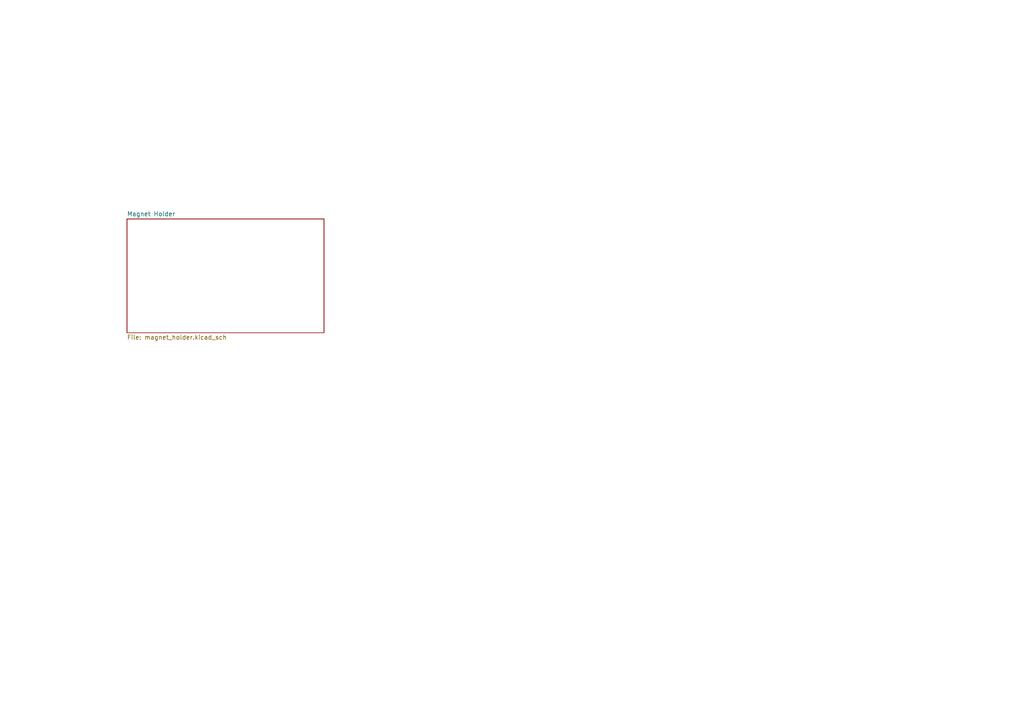
<source format=kicad_sch>
(kicad_sch
	(version 20231120)
	(generator "eeschema")
	(generator_version "8.0")
	(uuid "3a9005d7-d799-4ee5-9d69-4bc33a3578f9")
	(paper "A4")
	(lib_symbols)
	(sheet
		(at 36.83 63.5)
		(size 57.15 33.02)
		(fields_autoplaced yes)
		(stroke
			(width 0.1524)
			(type solid)
		)
		(fill
			(color 0 0 0 0.0000)
		)
		(uuid "47de6482-cf1c-4af7-9141-78370e60fe27")
		(property "Sheetname" "Magnet Holder"
			(at 36.83 62.7884 0)
			(effects
				(font
					(size 1.27 1.27)
				)
				(justify left bottom)
			)
		)
		(property "Sheetfile" "magnet_holder.kicad_sch"
			(at 36.83 97.1046 0)
			(effects
				(font
					(size 1.27 1.27)
				)
				(justify left top)
			)
		)
		(property "Field2" ""
			(at 36.83 63.5 0)
			(effects
				(font
					(size 1.27 1.27)
				)
				(hide yes)
			)
		)
		(instances
			(project "MagneticActuationBoard"
				(path "/3a9005d7-d799-4ee5-9d69-4bc33a3578f9"
					(page "2")
				)
			)
		)
	)
	(sheet_instances
		(path "/"
			(page "1")
		)
	)
)

</source>
